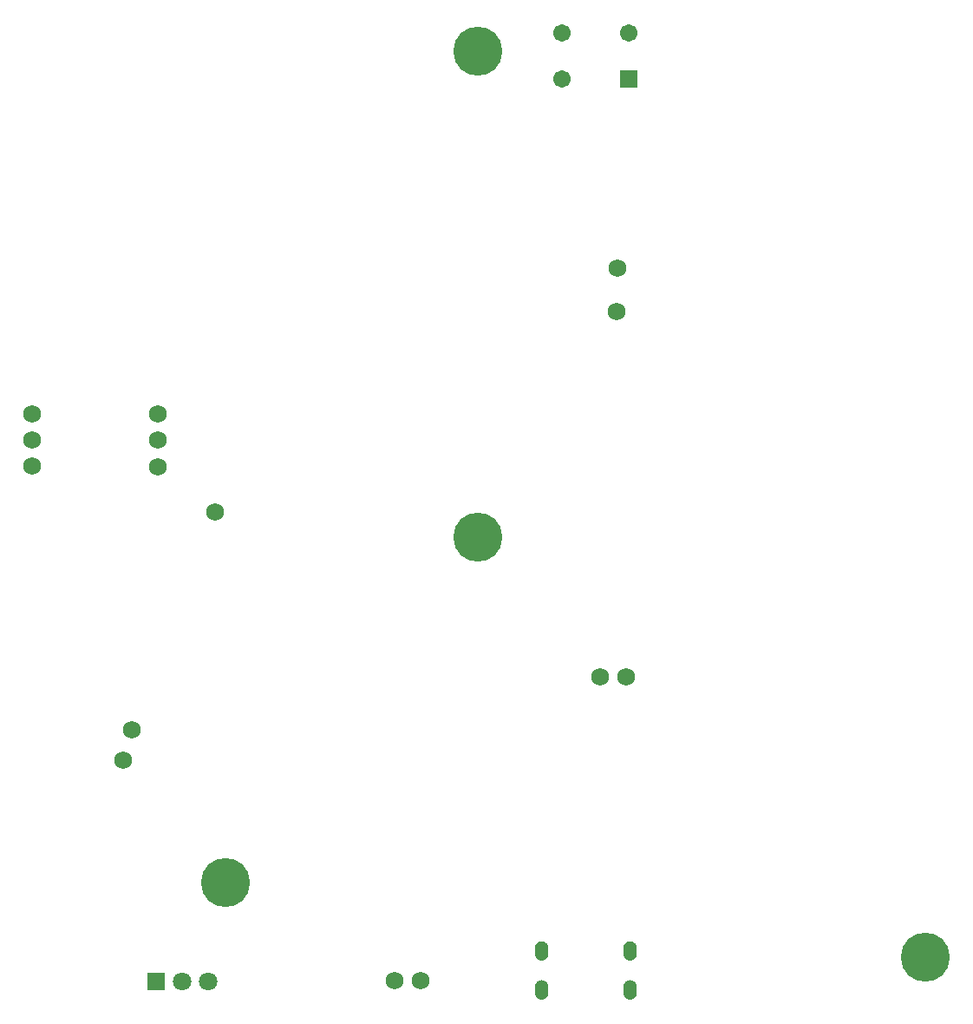
<source format=gbs>
G04*
G04 #@! TF.GenerationSoftware,Altium Limited,Altium Designer,24.1.2 (44)*
G04*
G04 Layer_Color=16711935*
%FSLAX44Y44*%
%MOMM*%
G71*
G04*
G04 #@! TF.SameCoordinates,E8B3DE28-F026-41F4-99A8-411043518BE1*
G04*
G04*
G04 #@! TF.FilePolarity,Negative*
G04*
G01*
G75*
%ADD106C,1.7272*%
%ADD107C,4.7752*%
%ADD108C,1.7112*%
%ADD109R,1.7112X1.7112*%
%ADD110C,1.8032*%
%ADD111R,1.8032X1.8032*%
G36*
X565704Y28032D02*
X566044Y28002D01*
X566384Y27962D01*
X566714Y27902D01*
X567044Y27822D01*
X567374Y27722D01*
X567694Y27612D01*
X568004Y27482D01*
X568314Y27332D01*
X568614Y27172D01*
X568904Y26992D01*
X569184Y26802D01*
X569454Y26592D01*
X569714Y26372D01*
X569964Y26142D01*
X570194Y25892D01*
X570414Y25632D01*
X570624Y25362D01*
X570814Y25082D01*
X570994Y24792D01*
X571154Y24492D01*
X571304Y24182D01*
X571434Y23872D01*
X571544Y23552D01*
X571644Y23222D01*
X571724Y22892D01*
X571784Y22562D01*
X571824Y22222D01*
X571854Y21882D01*
X571864Y21542D01*
Y15542D01*
X571854Y15202D01*
X571824Y14862D01*
X571784Y14522D01*
X571724Y14192D01*
X571644Y13862D01*
X571544Y13532D01*
X571434Y13212D01*
X571304Y12902D01*
X571154Y12592D01*
X570994Y12292D01*
X570814Y12002D01*
X570624Y11722D01*
X570414Y11452D01*
X570194Y11192D01*
X569964Y10942D01*
X569714Y10712D01*
X569454Y10492D01*
X569184Y10282D01*
X568904Y10092D01*
X568614Y9912D01*
X568314Y9752D01*
X568004Y9602D01*
X567694Y9472D01*
X567374Y9362D01*
X567044Y9262D01*
X566714Y9182D01*
X566384Y9122D01*
X566044Y9082D01*
X565704Y9052D01*
X565364Y9042D01*
X565024Y9052D01*
X564684Y9082D01*
X564344Y9122D01*
X564014Y9182D01*
X563684Y9262D01*
X563354Y9362D01*
X563034Y9472D01*
X562724Y9602D01*
X562414Y9752D01*
X562114Y9912D01*
X561824Y10092D01*
X561544Y10282D01*
X561274Y10492D01*
X561014Y10712D01*
X560764Y10942D01*
X560534Y11192D01*
X560314Y11452D01*
X560104Y11722D01*
X559914Y12002D01*
X559734Y12292D01*
X559574Y12592D01*
X559424Y12902D01*
X559294Y13212D01*
X559184Y13532D01*
X559084Y13862D01*
X559004Y14192D01*
X558944Y14522D01*
X558904Y14862D01*
X558874Y15202D01*
X558864Y15542D01*
Y21542D01*
X558874Y21882D01*
X558904Y22222D01*
X558944Y22562D01*
X559004Y22892D01*
X559084Y23222D01*
X559184Y23552D01*
X559294Y23872D01*
X559424Y24182D01*
X559574Y24492D01*
X559734Y24792D01*
X559914Y25082D01*
X560104Y25362D01*
X560314Y25632D01*
X560534Y25892D01*
X560764Y26142D01*
X561014Y26372D01*
X561274Y26592D01*
X561544Y26802D01*
X561824Y26992D01*
X562114Y27172D01*
X562414Y27332D01*
X562724Y27482D01*
X563034Y27612D01*
X563354Y27722D01*
X563684Y27822D01*
X564014Y27902D01*
X564344Y27962D01*
X564684Y28002D01*
X565024Y28032D01*
X565364Y28042D01*
X565704Y28032D01*
D02*
G37*
G36*
Y66032D02*
X566044Y66002D01*
X566384Y65962D01*
X566714Y65902D01*
X567044Y65822D01*
X567374Y65722D01*
X567694Y65612D01*
X568004Y65482D01*
X568314Y65332D01*
X568614Y65172D01*
X568904Y64992D01*
X569184Y64802D01*
X569454Y64592D01*
X569714Y64372D01*
X569964Y64142D01*
X570194Y63892D01*
X570414Y63632D01*
X570624Y63362D01*
X570814Y63082D01*
X570994Y62792D01*
X571154Y62492D01*
X571304Y62182D01*
X571434Y61872D01*
X571544Y61552D01*
X571644Y61222D01*
X571724Y60892D01*
X571784Y60562D01*
X571824Y60222D01*
X571854Y59882D01*
X571864Y59542D01*
Y53542D01*
X571854Y53202D01*
X571824Y52862D01*
X571784Y52522D01*
X571724Y52192D01*
X571644Y51862D01*
X571544Y51532D01*
X571434Y51212D01*
X571304Y50902D01*
X571154Y50592D01*
X570994Y50292D01*
X570814Y50002D01*
X570624Y49722D01*
X570414Y49452D01*
X570194Y49192D01*
X569964Y48942D01*
X569714Y48712D01*
X569454Y48492D01*
X569184Y48282D01*
X568904Y48092D01*
X568614Y47912D01*
X568314Y47752D01*
X568004Y47602D01*
X567694Y47472D01*
X567374Y47362D01*
X567044Y47262D01*
X566714Y47182D01*
X566384Y47122D01*
X566044Y47082D01*
X565704Y47052D01*
X565364Y47042D01*
X565024Y47052D01*
X564684Y47082D01*
X564344Y47122D01*
X564014Y47182D01*
X563684Y47262D01*
X563354Y47362D01*
X563034Y47472D01*
X562724Y47602D01*
X562414Y47752D01*
X562114Y47912D01*
X561824Y48092D01*
X561544Y48282D01*
X561274Y48492D01*
X561014Y48712D01*
X560764Y48942D01*
X560534Y49192D01*
X560314Y49452D01*
X560104Y49722D01*
X559914Y50002D01*
X559734Y50292D01*
X559574Y50592D01*
X559424Y50902D01*
X559294Y51212D01*
X559184Y51532D01*
X559084Y51862D01*
X559004Y52192D01*
X558944Y52522D01*
X558904Y52862D01*
X558874Y53202D01*
X558864Y53542D01*
Y59542D01*
X558874Y59882D01*
X558904Y60222D01*
X558944Y60562D01*
X559004Y60892D01*
X559084Y61222D01*
X559184Y61552D01*
X559294Y61872D01*
X559424Y62182D01*
X559574Y62492D01*
X559734Y62792D01*
X559914Y63082D01*
X560104Y63362D01*
X560314Y63632D01*
X560534Y63892D01*
X560764Y64142D01*
X561014Y64372D01*
X561274Y64592D01*
X561544Y64802D01*
X561824Y64992D01*
X562114Y65172D01*
X562414Y65332D01*
X562724Y65482D01*
X563034Y65612D01*
X563354Y65722D01*
X563684Y65822D01*
X564014Y65902D01*
X564344Y65962D01*
X564684Y66002D01*
X565024Y66032D01*
X565364Y66042D01*
X565704Y66032D01*
D02*
G37*
G36*
X652104Y28032D02*
X652444Y28002D01*
X652784Y27962D01*
X653114Y27902D01*
X653444Y27822D01*
X653774Y27722D01*
X654094Y27612D01*
X654404Y27482D01*
X654714Y27332D01*
X655014Y27172D01*
X655304Y26992D01*
X655584Y26802D01*
X655854Y26592D01*
X656114Y26372D01*
X656364Y26142D01*
X656594Y25892D01*
X656814Y25632D01*
X657024Y25362D01*
X657214Y25082D01*
X657394Y24792D01*
X657554Y24492D01*
X657704Y24182D01*
X657834Y23872D01*
X657944Y23552D01*
X658044Y23222D01*
X658124Y22892D01*
X658184Y22562D01*
X658224Y22222D01*
X658254Y21882D01*
X658264Y21542D01*
Y15542D01*
X658254Y15202D01*
X658224Y14862D01*
X658184Y14522D01*
X658124Y14192D01*
X658044Y13862D01*
X657944Y13532D01*
X657834Y13212D01*
X657704Y12902D01*
X657554Y12592D01*
X657394Y12292D01*
X657214Y12002D01*
X657024Y11722D01*
X656814Y11452D01*
X656594Y11192D01*
X656364Y10942D01*
X656114Y10712D01*
X655854Y10492D01*
X655584Y10282D01*
X655304Y10092D01*
X655014Y9912D01*
X654714Y9752D01*
X654404Y9602D01*
X654094Y9472D01*
X653774Y9362D01*
X653444Y9262D01*
X653114Y9182D01*
X652784Y9122D01*
X652444Y9082D01*
X652104Y9052D01*
X651764Y9042D01*
X651424Y9052D01*
X651084Y9082D01*
X650744Y9122D01*
X650414Y9182D01*
X650084Y9262D01*
X649754Y9362D01*
X649434Y9472D01*
X649124Y9602D01*
X648814Y9752D01*
X648514Y9912D01*
X648224Y10092D01*
X647944Y10282D01*
X647674Y10492D01*
X647414Y10712D01*
X647164Y10942D01*
X646934Y11192D01*
X646714Y11452D01*
X646504Y11722D01*
X646314Y12002D01*
X646134Y12292D01*
X645974Y12592D01*
X645824Y12902D01*
X645694Y13212D01*
X645584Y13532D01*
X645484Y13862D01*
X645404Y14192D01*
X645344Y14522D01*
X645304Y14862D01*
X645274Y15202D01*
X645264Y15542D01*
Y21542D01*
X645274Y21882D01*
X645304Y22222D01*
X645344Y22562D01*
X645404Y22892D01*
X645484Y23222D01*
X645584Y23552D01*
X645694Y23872D01*
X645824Y24182D01*
X645974Y24492D01*
X646134Y24792D01*
X646314Y25082D01*
X646504Y25362D01*
X646714Y25632D01*
X646934Y25892D01*
X647164Y26142D01*
X647414Y26372D01*
X647674Y26592D01*
X647944Y26802D01*
X648224Y26992D01*
X648514Y27172D01*
X648814Y27332D01*
X649124Y27482D01*
X649434Y27612D01*
X649754Y27722D01*
X650084Y27822D01*
X650414Y27902D01*
X650744Y27962D01*
X651084Y28002D01*
X651424Y28032D01*
X651764Y28042D01*
X652104Y28032D01*
D02*
G37*
G36*
Y66032D02*
X652444Y66002D01*
X652784Y65962D01*
X653114Y65902D01*
X653444Y65822D01*
X653774Y65722D01*
X654094Y65612D01*
X654404Y65482D01*
X654714Y65332D01*
X655014Y65172D01*
X655304Y64992D01*
X655584Y64802D01*
X655854Y64592D01*
X656114Y64372D01*
X656364Y64142D01*
X656594Y63892D01*
X656814Y63632D01*
X657024Y63362D01*
X657214Y63082D01*
X657394Y62792D01*
X657554Y62492D01*
X657704Y62182D01*
X657834Y61872D01*
X657944Y61552D01*
X658044Y61222D01*
X658124Y60892D01*
X658184Y60562D01*
X658224Y60222D01*
X658254Y59882D01*
X658264Y59542D01*
Y53542D01*
X658254Y53202D01*
X658224Y52862D01*
X658184Y52522D01*
X658124Y52192D01*
X658044Y51862D01*
X657944Y51532D01*
X657834Y51212D01*
X657704Y50902D01*
X657554Y50592D01*
X657394Y50292D01*
X657214Y50002D01*
X657024Y49722D01*
X656814Y49452D01*
X656594Y49192D01*
X656364Y48942D01*
X656114Y48712D01*
X655854Y48492D01*
X655584Y48282D01*
X655304Y48092D01*
X655014Y47912D01*
X654714Y47752D01*
X654404Y47602D01*
X654094Y47472D01*
X653774Y47362D01*
X653444Y47262D01*
X653114Y47182D01*
X652784Y47122D01*
X652444Y47082D01*
X652104Y47052D01*
X651764Y47042D01*
X651424Y47052D01*
X651084Y47082D01*
X650744Y47122D01*
X650414Y47182D01*
X650084Y47262D01*
X649754Y47362D01*
X649434Y47472D01*
X649124Y47602D01*
X648814Y47752D01*
X648514Y47912D01*
X648224Y48092D01*
X647944Y48282D01*
X647674Y48492D01*
X647414Y48712D01*
X647164Y48942D01*
X646934Y49192D01*
X646714Y49452D01*
X646504Y49722D01*
X646314Y50002D01*
X646134Y50292D01*
X645974Y50592D01*
X645824Y50902D01*
X645694Y51212D01*
X645584Y51532D01*
X645484Y51862D01*
X645404Y52192D01*
X645344Y52522D01*
X645304Y52862D01*
X645274Y53202D01*
X645264Y53542D01*
Y59542D01*
X645274Y59882D01*
X645304Y60222D01*
X645344Y60562D01*
X645404Y60892D01*
X645484Y61222D01*
X645584Y61552D01*
X645694Y61872D01*
X645824Y62182D01*
X645974Y62492D01*
X646134Y62792D01*
X646314Y63082D01*
X646504Y63362D01*
X646714Y63632D01*
X646934Y63892D01*
X647164Y64142D01*
X647414Y64372D01*
X647674Y64592D01*
X647944Y64802D01*
X648224Y64992D01*
X648514Y65172D01*
X648814Y65332D01*
X649124Y65482D01*
X649434Y65612D01*
X649754Y65722D01*
X650084Y65822D01*
X650414Y65902D01*
X650744Y65962D01*
X651084Y66002D01*
X651424Y66032D01*
X651764Y66042D01*
X652104Y66032D01*
D02*
G37*
D106*
X638175Y680085D02*
D03*
X165608Y272034D02*
D03*
X246380Y485140D02*
D03*
X67818Y580644D02*
D03*
Y555244D02*
D03*
Y529844D02*
D03*
X156974Y243025D02*
D03*
X190500Y529082D02*
D03*
Y580390D02*
D03*
Y554990D02*
D03*
X639614Y722545D02*
D03*
X622300Y323850D02*
D03*
X647700D02*
D03*
X421640Y27940D02*
D03*
X447040D02*
D03*
D107*
X939800Y50800D02*
D03*
X502920Y934212D02*
D03*
Y460248D02*
D03*
X256286Y123444D02*
D03*
D108*
X585470Y952500D02*
D03*
X650470D02*
D03*
X585470Y907500D02*
D03*
D109*
X650470D02*
D03*
D110*
X240030Y26670D02*
D03*
X214630D02*
D03*
D111*
X189230D02*
D03*
M02*

</source>
